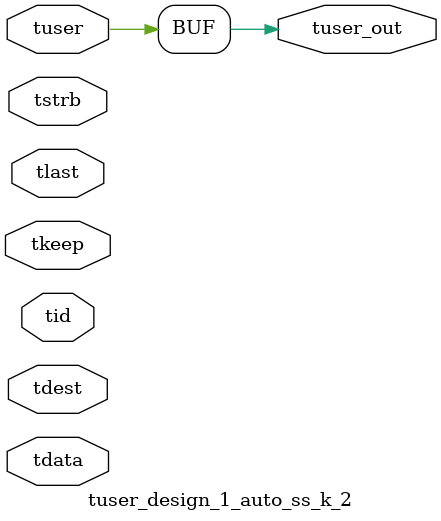
<source format=v>


`timescale 1ps/1ps

module tuser_design_1_auto_ss_k_2 #
(
parameter C_S_AXIS_TUSER_WIDTH = 1,
parameter C_S_AXIS_TDATA_WIDTH = 32,
parameter C_S_AXIS_TID_WIDTH   = 0,
parameter C_S_AXIS_TDEST_WIDTH = 0,
parameter C_M_AXIS_TUSER_WIDTH = 1
)
(
input  [(C_S_AXIS_TUSER_WIDTH == 0 ? 1 : C_S_AXIS_TUSER_WIDTH)-1:0     ] tuser,
input  [(C_S_AXIS_TDATA_WIDTH == 0 ? 1 : C_S_AXIS_TDATA_WIDTH)-1:0     ] tdata,
input  [(C_S_AXIS_TID_WIDTH   == 0 ? 1 : C_S_AXIS_TID_WIDTH)-1:0       ] tid,
input  [(C_S_AXIS_TDEST_WIDTH == 0 ? 1 : C_S_AXIS_TDEST_WIDTH)-1:0     ] tdest,
input  [(C_S_AXIS_TDATA_WIDTH/8)-1:0 ] tkeep,
input  [(C_S_AXIS_TDATA_WIDTH/8)-1:0 ] tstrb,
input                                                                    tlast,
output [C_M_AXIS_TUSER_WIDTH-1:0] tuser_out
);

assign tuser_out = {tuser[0:0]};

endmodule


</source>
